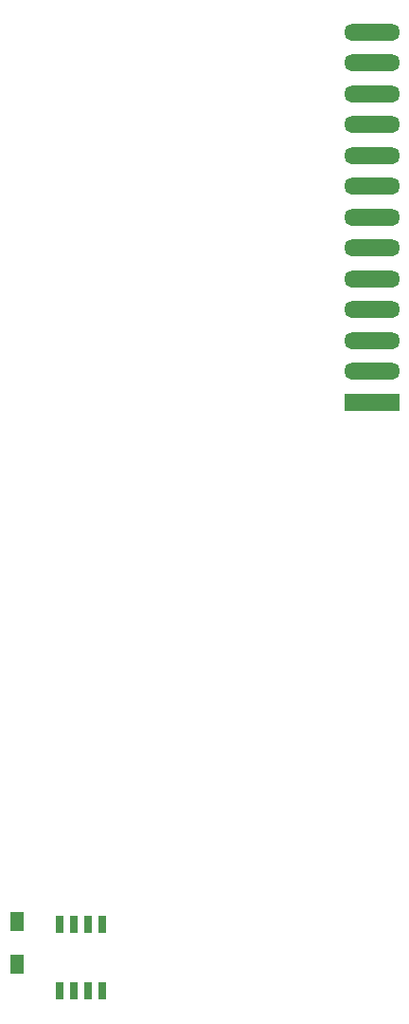
<source format=gtp>
G04*
G04 #@! TF.GenerationSoftware,Altium Limited,Altium Designer,21.1.1 (26)*
G04*
G04 Layer_Color=8421504*
%FSLAX25Y25*%
%MOIN*%
G70*
G04*
G04 #@! TF.SameCoordinates,6FC1F31B-F578-4013-A3C6-3E9410FEC2B9*
G04*
G04*
G04 #@! TF.FilePolarity,Positive*
G04*
G01*
G75*
%ADD14O,0.19685X0.05906*%
%ADD15R,0.19685X0.05906*%
%ADD16R,0.04921X0.06693*%
%ADD17R,0.03150X0.05906*%
D14*
X740000Y730000D02*
D03*
Y719173D02*
D03*
Y708347D02*
D03*
Y697520D02*
D03*
Y686693D02*
D03*
Y675866D02*
D03*
Y665039D02*
D03*
Y654213D02*
D03*
Y643386D02*
D03*
Y632559D02*
D03*
Y621732D02*
D03*
Y610906D02*
D03*
D15*
Y600079D02*
D03*
D16*
X615000Y402500D02*
D03*
Y417500D02*
D03*
D17*
X630000Y393189D02*
D03*
X635000D02*
D03*
X640000D02*
D03*
X645000D02*
D03*
X630000Y416811D02*
D03*
X635000D02*
D03*
X640000D02*
D03*
X645000D02*
D03*
M02*

</source>
